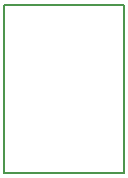
<source format=gbr>
G04 #@! TF.FileFunction,Profile,NP*
%FSLAX46Y46*%
G04 Gerber Fmt 4.6, Leading zero omitted, Abs format (unit mm)*
G04 Created by KiCad (PCBNEW 4.0.1-4.201602090852+6195~38~ubuntu14.04.1-stable) date Tue 09 Feb 2016 10:22:48 PM CST*
%MOMM*%
G01*
G04 APERTURE LIST*
%ADD10C,0.100000*%
%ADD11C,0.150000*%
G04 APERTURE END LIST*
D10*
D11*
X128905000Y-113411000D02*
X139065000Y-113411000D01*
X128905000Y-113284000D02*
X128905000Y-113411000D01*
X139065000Y-99187000D02*
X139065000Y-113411000D01*
X128905000Y-99187000D02*
X139065000Y-99187000D01*
X128905000Y-113284000D02*
X128905000Y-99187000D01*
M02*

</source>
